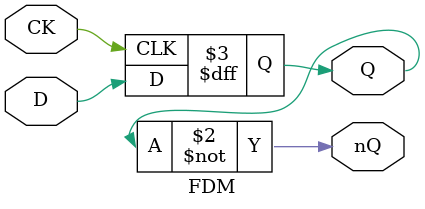
<source format=v>


module FDM(
	input CK,
	input D,
	output reg Q,
	output nQ
);

	always @(posedge CK)
		Q <= #2 D;
	
	assign nQ = ~Q;

endmodule

</source>
